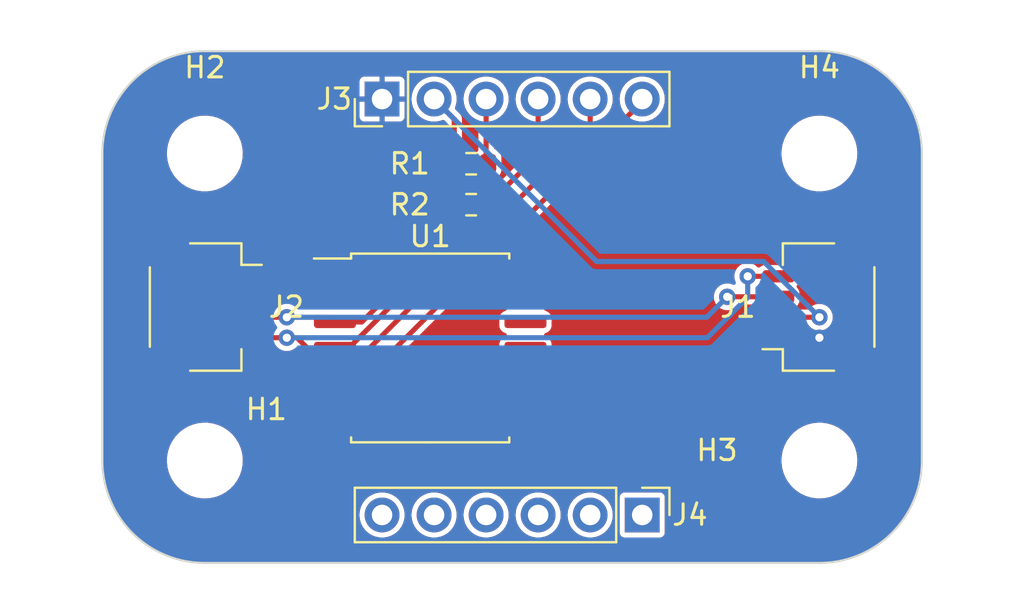
<source format=kicad_pcb>
(kicad_pcb (version 20221018) (generator pcbnew)
  (layers (0 "F.Cu" signal) (31 "B.Cu" signal) (34 "B.Paste" user) (35 "F.Paste" user) (36 "B.SilkS" user "B.Silkscreen") (37 "F.SilkS" user "F.Silkscreen") (38 "B.Mask" user) (39 "F.Mask" user) (44 "Edge.Cuts" user))
  (net 0 "")
  (net 1 "GND")
  (net 2 "+3V3")
  (net 3 "/sda_3v3")
  (net 4 "/scl_3v3")
  (net 5 "/cs")
  (net 6 "/address")
  (footprint "oomlout_oomp_part_footprints:mhm3_electronic_mounting_hole_m3" (layer "F.Cu") (at -15 -7.5)
    (fp_text reference "H2" (at 0 -4.2) (layer "F.SilkS"))
    (fp_text value "mhm3")
    (pad "" np_thru_hole circle (at 0 0) (size 3.2 3.2) (drill 3.2) (layers "*.Cu" "*.Mask"))
  )
  (footprint "oomlout_oomp_part_footprints:r6o472_electronic_resistor_0603_4700_ohm" (layer "F.Cu") (at -2 -7)
    (fp_text reference "R1" (at -3 0) (layer "F.SilkS"))
    (fp_text value "r6o472")
    (fp_line (start -0.237258 -0.5225) (end 0.237258 -0.5225) (stroke (width 0.12)) (layer "F.SilkS"))
    (fp_line (start -0.237258 0.5225) (end 0.237258 0.5225) (stroke (width 0.12)) (layer "F.SilkS"))
    (pad "1" smd roundrect (at -0.825 0) (size 0.8 0.95) (layers "F.Cu" "F.Paste" "F.Mask") (net 2 "+3V3"))
    (pad "2" smd roundrect (at 0.825 0) (size 0.8 0.95) (layers "F.Cu" "F.Paste" "F.Mask") (net 3 "/sda_3v3"))
  )
  (footprint "oomlout_oomp_part_footprints:r6o472_electronic_resistor_0603_4700_ohm" (layer "F.Cu") (at -2 -5)
    (fp_text reference "R2" (at -3 0) (layer "F.SilkS"))
    (fp_text value "r6o472")
    (fp_line (start -0.237258 -0.5225) (end 0.237258 -0.5225) (stroke (width 0.12)) (layer "F.SilkS"))
    (fp_line (start -0.237258 0.5225) (end 0.237258 0.5225) (stroke (width 0.12)) (layer "F.SilkS"))
    (pad "1" smd roundrect (at -0.825 0) (size 0.8 0.95) (layers "F.Cu" "F.Paste" "F.Mask") (net 2 "+3V3"))
    (pad "2" smd roundrect (at 0.825 0) (size 0.8 0.95) (layers "F.Cu" "F.Paste" "F.Mask") (net 4 "/scl_3v3"))
  )
  (footprint "oomlout_oomp_part_footprints:mhm3_electronic_mounting_hole_m3" (layer "F.Cu") (at 15 -7.5)
    (fp_text reference "H4" (at 0 -4.2) (layer "F.SilkS"))
    (fp_text value "mhm3")
    (pad "" np_thru_hole circle (at 0 0) (size 3.2 3.2) (drill 3.2) (layers "*.Cu" "*.Mask"))
  )
  (footprint "oomlout_oomp_part_footprints:hi16p_electronic_header_2d54_mm_6_pin" (layer "F.Cu") (at -6.35 -10.16 90)
    (fp_text reference "J3" (at 0 -2.33) (layer "F.SilkS"))
    (fp_text value "hi16p")
    (fp_line (start -1.33 -1.33) (end 0 -1.33) (stroke (width 0.12)) (layer "F.SilkS"))
    (fp_line (start -1.33 0) (end -1.33 -1.33) (stroke (width 0.12)) (layer "F.SilkS"))
    (fp_line (start -1.33 1.27) (end -1.33 14.03) (stroke (width 0.12)) (layer "F.SilkS"))
    (fp_line (start -1.33 1.27) (end 1.33 1.27) (stroke (width 0.12)) (layer "F.SilkS"))
    (fp_line (start -1.33 14.03) (end 1.33 14.03) (stroke (width 0.12)) (layer "F.SilkS"))
    (fp_line (start 1.33 1.27) (end 1.33 14.03) (stroke (width 0.12)) (layer "F.SilkS"))
    (pad "1" thru_hole rect (at 0 0 90) (size 1.7 1.7) (drill 1) (layers "*.Cu" "*.Mask") (net 1 "GND"))
    (pad "2" thru_hole oval (at 0 2.54 90) (size 1.7 1.7) (drill 1) (layers "*.Cu" "*.Mask") (net 2 "+3V3"))
    (pad "3" thru_hole oval (at 0 5.08 90) (size 1.7 1.7) (drill 1) (layers "*.Cu" "*.Mask") (net 3 "/sda_3v3"))
    (pad "4" thru_hole oval (at 0 7.62 90) (size 1.7 1.7) (drill 1) (layers "*.Cu" "*.Mask") (net 4 "/scl_3v3"))
    (pad "5" thru_hole oval (at 0 10.16 90) (size 1.7 1.7) (drill 1) (layers "*.Cu" "*.Mask") (net 5 "/cs"))
    (pad "6" thru_hole oval (at 0 12.7 90) (size 1.7 1.7) (drill 1) (layers "*.Cu" "*.Mask") (net 6 "/address"))
  )
  (footprint "oomlout_oomp_part_footprints:h4psmra_electronic_header_1_mm_jst_sh_4_pin_surface_mount_right_angle" (layer "F.Cu") (at -15 0 -90)
    (fp_text reference "J2" (at 0 -3.98) (layer "F.SilkS"))
    (fp_text value "h4psmra")
    (fp_line (start -3.11 -1.785) (end -2.06 -1.785) (stroke (width 0.12)) (layer "F.SilkS"))
    (fp_line (start -3.11 0.715) (end -3.11 -1.785) (stroke (width 0.12)) (layer "F.SilkS"))
    (fp_line (start -2.06 -1.785) (end -2.06 -2.775) (stroke (width 0.12)) (layer "F.SilkS"))
    (fp_line (start -1.94 2.685) (end 1.94 2.685) (stroke (width 0.12)) (layer "F.SilkS"))
    (fp_line (start 3.11 -1.785) (end 2.06 -1.785) (stroke (width 0.12)) (layer "F.SilkS"))
    (fp_line (start 3.11 0.715) (end 3.11 -1.785) (stroke (width 0.12)) (layer "F.SilkS"))
    (pad "1" smd roundrect (at -1.5 -2 270) (size 0.6 1.55) (layers "F.Cu" "F.Paste" "F.Mask") (net 1 "GND"))
    (pad "2" smd roundrect (at -0.5 -2 270) (size 0.6 1.55) (layers "F.Cu" "F.Paste" "F.Mask") (net 2 "+3V3"))
    (pad "3" smd roundrect (at 0.5 -2 270) (size 0.6 1.55) (layers "F.Cu" "F.Paste" "F.Mask") (net 3 "/sda_3v3"))
    (pad "4" smd roundrect (at 1.5 -2 270) (size 0.6 1.55) (layers "F.Cu" "F.Paste" "F.Mask") (net 4 "/scl_3v3"))
    (pad "MP" smd roundrect (at -2.8 1.875 270) (size 1.2 1.8) (layers "F.Cu" "F.Paste" "F.Mask") (roundrect_rratio 0.2083333333))
    (pad "MP" smd roundrect (at 2.8 1.875 270) (size 1.2 1.8) (layers "F.Cu" "F.Paste" "F.Mask") (roundrect_rratio 0.2083333333))
  )
  (footprint "oomlout_oomp_part_footprints:hi16p_electronic_header_2d54_mm_6_pin" (layer "F.Cu") (at 6.35 10.16 -90)
    (fp_text reference "J4" (at 0 -2.33) (layer "F.SilkS"))
    (fp_text value "hi16p")
    (fp_line (start -1.33 -1.33) (end 0 -1.33) (stroke (width 0.12)) (layer "F.SilkS"))
    (fp_line (start -1.33 0) (end -1.33 -1.33) (stroke (width 0.12)) (layer "F.SilkS"))
    (fp_line (start -1.33 1.27) (end -1.33 14.03) (stroke (width 0.12)) (layer "F.SilkS"))
    (fp_line (start -1.33 1.27) (end 1.33 1.27) (stroke (width 0.12)) (layer "F.SilkS"))
    (fp_line (start -1.33 14.03) (end 1.33 14.03) (stroke (width 0.12)) (layer "F.SilkS"))
    (fp_line (start 1.33 1.27) (end 1.33 14.03) (stroke (width 0.12)) (layer "F.SilkS"))
    (pad "1" thru_hole rect (at 0 0 270) (size 1.7 1.7) (drill 1) (layers "*.Cu" "*.Mask"))
    (pad "2" thru_hole oval (at 0 2.54 270) (size 1.7 1.7) (drill 1) (layers "*.Cu" "*.Mask"))
    (pad "3" thru_hole oval (at 0 5.08 270) (size 1.7 1.7) (drill 1) (layers "*.Cu" "*.Mask"))
    (pad "4" thru_hole oval (at 0 7.62 270) (size 1.7 1.7) (drill 1) (layers "*.Cu" "*.Mask"))
    (pad "5" thru_hole oval (at 0 10.16 270) (size 1.7 1.7) (drill 1) (layers "*.Cu" "*.Mask"))
    (pad "6" thru_hole oval (at 0 12.7 270) (size 1.7 1.7) (drill 1) (layers "*.Cu" "*.Mask"))
  )
  (footprint "oomlout_oomp_part_footprints:h4psmra_electronic_header_1_mm_jst_sh_4_pin_surface_mount_right_angle" (layer "F.Cu") (at 15 0 90)
    (fp_text reference "J1" (at 0 -3.98) (layer "F.SilkS"))
    (fp_text value "h4psmra")
    (fp_line (start -3.11 -1.785) (end -2.06 -1.785) (stroke (width 0.12)) (layer "F.SilkS"))
    (fp_line (start -3.11 0.715) (end -3.11 -1.785) (stroke (width 0.12)) (layer "F.SilkS"))
    (fp_line (start -2.06 -1.785) (end -2.06 -2.775) (stroke (width 0.12)) (layer "F.SilkS"))
    (fp_line (start -1.94 2.685) (end 1.94 2.685) (stroke (width 0.12)) (layer "F.SilkS"))
    (fp_line (start 3.11 -1.785) (end 2.06 -1.785) (stroke (width 0.12)) (layer "F.SilkS"))
    (fp_line (start 3.11 0.715) (end 3.11 -1.785) (stroke (width 0.12)) (layer "F.SilkS"))
    (pad "1" smd roundrect (at -1.5 -2 90) (size 0.6 1.55) (layers "F.Cu" "F.Paste" "F.Mask") (net 1 "GND"))
    (pad "2" smd roundrect (at -0.5 -2 90) (size 0.6 1.55) (layers "F.Cu" "F.Paste" "F.Mask") (net 2 "+3V3"))
    (pad "3" smd roundrect (at 0.5 -2 90) (size 0.6 1.55) (layers "F.Cu" "F.Paste" "F.Mask") (net 3 "/sda_3v3"))
    (pad "4" smd roundrect (at 1.5 -2 90) (size 0.6 1.55) (layers "F.Cu" "F.Paste" "F.Mask") (net 4 "/scl_3v3"))
    (pad "MP" smd roundrect (at -2.8 1.875 90) (size 1.2 1.8) (layers "F.Cu" "F.Paste" "F.Mask") (roundrect_rratio 0.2083333333))
    (pad "MP" smd roundrect (at 2.8 1.875 90) (size 1.2 1.8) (layers "F.Cu" "F.Paste" "F.Mask") (roundrect_rratio 0.2083333333))
  )
  (footprint "oomlout_oomp_part_footprints:mhm3_electronic_mounting_hole_m3" (layer "F.Cu") (at 15 7.5)
    (fp_text reference "H3" (at -5 -0.5) (layer "F.SilkS"))
    (fp_text value "mhm3")
    (pad "" np_thru_hole circle (at 0 0) (size 3.2 3.2) (drill 3.2) (layers "*.Cu" "*.Mask"))
  )
  (footprint "oomlout_oomp_part_footprints:mhm3_electronic_mounting_hole_m3" (layer "F.Cu") (at -15 7.5)
    (fp_text reference "H1" (at 3 -2.5) (layer "F.SilkS"))
    (fp_text value "mhm3")
    (pad "" np_thru_hole circle (at 0 0) (size 3.2 3.2) (drill 3.2) (layers "*.Cu" "*.Mask"))
  )
  (footprint "oomlout_oomp_part_footprints:insoic14wi2cland_electronic_interposer_soic_14_wide_i2c_landing" (layer "F.Cu") (at -4 2)
    (fp_text reference "U1" (at 0 -5.45) (layer "F.SilkS"))
    (fp_text value "insoic14wi2cland")
    (fp_line (start -3.86 -4.61) (end -3.86 -4.37) (stroke (width 0.12)) (layer "F.SilkS"))
    (fp_line (start -3.86 -4.37) (end -5.675 -4.37) (stroke (width 0.12)) (layer "F.SilkS"))
    (fp_line (start -3.86 4.61) (end -3.86 4.37) (stroke (width 0.12)) (layer "F.SilkS"))
    (fp_line (start 0 -4.61) (end -3.86 -4.61) (stroke (width 0.12)) (layer "F.SilkS"))
    (fp_line (start 0 -4.61) (end 3.86 -4.61) (stroke (width 0.12)) (layer "F.SilkS"))
    (fp_line (start 0 4.61) (end -3.86 4.61) (stroke (width 0.12)) (layer "F.SilkS"))
    (fp_line (start 0 4.61) (end 3.86 4.61) (stroke (width 0.12)) (layer "F.SilkS"))
    (fp_line (start 3.86 -4.61) (end 3.86 -4.37) (stroke (width 0.12)) (layer "F.SilkS"))
    (fp_line (start 3.86 4.61) (end 3.86 4.37) (stroke (width 0.12)) (layer "F.SilkS"))
    (pad "1" smd roundrect (at -4.65 -3.81) (size 2.05 0.6) (layers "F.Cu" "F.Paste" "F.Mask") (net 1 "GND"))
    (pad "2" smd roundrect (at -4.65 -2.54) (size 2.05 0.6) (layers "F.Cu" "F.Paste" "F.Mask") (net 2 "+3V3"))
    (pad "3" smd roundrect (at -4.65 -1.27) (size 2.05 0.6) (layers "F.Cu" "F.Paste" "F.Mask") (net 3 "/sda_3v3"))
    (pad "4" smd roundrect (at -4.65 0) (size 2.05 0.6) (layers "F.Cu" "F.Paste" "F.Mask") (net 4 "/scl_3v3"))
    (pad "5" smd roundrect (at -4.65 1.27) (size 2.05 0.6) (layers "F.Cu" "F.Paste" "F.Mask") (net 5 "/cs"))
    (pad "6" smd roundrect (at -4.65 2.54) (size 2.05 0.6) (layers "F.Cu" "F.Paste" "F.Mask") (net 6 "/address"))
    (pad "7" smd roundrect (at -4.65 3.81) (size 2.05 0.6) (layers "F.Cu" "F.Paste" "F.Mask"))
    (pad "8" smd roundrect (at 4.65 3.81) (size 2.05 0.6) (layers "F.Cu" "F.Paste" "F.Mask"))
    (pad "9" smd roundrect (at 4.65 2.54) (size 2.05 0.6) (layers "F.Cu" "F.Paste" "F.Mask"))
    (pad "10" smd roundrect (at 4.65 1.27) (size 2.05 0.6) (layers "F.Cu" "F.Paste" "F.Mask"))
    (pad "11" smd roundrect (at 4.65 0) (size 2.05 0.6) (layers "F.Cu" "F.Paste" "F.Mask"))
    (pad "12" smd roundrect (at 4.65 -1.27) (size 2.05 0.6) (layers "F.Cu" "F.Paste" "F.Mask"))
    (pad "13" smd roundrect (at 4.65 -2.54) (size 2.05 0.6) (layers "F.Cu" "F.Paste" "F.Mask"))
    (pad "14" smd roundrect (at 4.65 -3.81) (size 2.05 0.6) (layers "F.Cu" "F.Paste" "F.Mask"))
  )
  (gr_line (start -15 -12.5) (end 15 -12.5) (stroke (width 0.1)) (layer "Edge.Cuts"))
  (gr_arc (start 15 -12.5) (mid 18.535534 -11.035534) (end 20 -7.5) (stroke (width 0.1)) (layer "Edge.Cuts"))
  (gr_arc (start 20 7.5) (mid 18.535534 11.035534) (end 15 12.5) (stroke (width 0.1)) (layer "Edge.Cuts"))
  (gr_line (start 15 12.5) (end -15 12.5) (stroke (width 0.1)) (layer "Edge.Cuts"))
  (gr_arc (start -20 -7.5) (mid -18.535534 -11.035534) (end -15 -12.5) (stroke (width 0.1)) (layer "Edge.Cuts"))
  (gr_line (start 20 -7.5) (end 20 7.5) (stroke (width 0.1)) (layer "Edge.Cuts"))
  (gr_arc (start -15 12.5) (mid -18.535534 11.035534) (end -20 7.5) (stroke (width 0.1)) (layer "Edge.Cuts"))
  (gr_line (start -20 7.5) (end -20 -7.5) (stroke (width 0.1)) (layer "Edge.Cuts"))
  (segment (start 13 1.5) (end 15 1.5) (width 0.25) (layer "F.Cu") (net 1))
  (segment (start -13 -1.5) (end -8.96 -1.5) (width 0.25) (layer "F.Cu") (net 1))
  (segment (start -8.96 -1.5) (end -8.65 -1.81) (width 0.25) (layer "F.Cu") (net 1))
  (via (at 15 1.5) (size 0.8) (drill 0.4) (layers "F.Cu" "B.Cu") (net 1))
  (segment (start -3.81 -10.16) (end -2.825 -9.175) (width 0.25) (layer "F.Cu") (net 2))
  (segment (start -3.763249 -5) (end -2.825 -5) (width 0.25) (layer "F.Cu") (net 2))
  (segment (start -13 -0.5) (end -8.69 -0.5) (width 0.25) (layer "F.Cu") (net 2))
  (segment (start -8.223249 -0.54) (end -3.763249 -5) (width 0.25) (layer "F.Cu") (net 2))
  (segment (start -2.825 -9.175) (end -2.825 -7) (width 0.25) (layer "F.Cu") (net 2))
  (segment (start -8.69 -0.5) (end -8.65 -0.54) (width 0.25) (layer "F.Cu") (net 2))
  (segment (start -8.65 -0.54) (end -8.223249 -0.54) (width 0.25) (layer "F.Cu") (net 2))
  (segment (start -2.825 -7) (end -2.825 -5) (width 0.25) (layer "F.Cu") (net 2))
  (segment (start 13 0.5) (end 15 0.5) (width 0.25) (layer "F.Cu") (net 2))
  (via (at 15 0.5) (size 0.8) (drill 0.4) (layers "F.Cu" "B.Cu") (net 2))
  (segment (start 15 0.5) (end 12.275 -2.225) (width 0.25) (layer "B.Cu") (net 2))
  (segment (start 4.125 -2.225) (end -3.81 -10.16) (width 0.25) (layer "B.Cu") (net 2))
  (segment (start 12.275 -2.225) (end 4.125 -2.225) (width 0.25) (layer "B.Cu") (net 2))
  (segment (start -13 0.5) (end -8.88 0.5) (width 0.25) (layer "F.Cu") (net 3))
  (segment (start -2 -6.175) (end -1.175 -7) (width 0.25) (layer "F.Cu") (net 3))
  (segment (start -8.88 0.5) (end -8.65 0.73) (width 0.25) (layer "F.Cu") (net 3))
  (segment (start -8.65 0.73) (end -7.337538 0.73) (width 0.25) (layer "F.Cu") (net 3))
  (segment (start -1.27 -7.095) (end -1.27 -10.16) (width 0.25) (layer "F.Cu") (net 3))
  (segment (start -2 -4.607538) (end -2 -6.175) (width 0.25) (layer "F.Cu") (net 3))
  (segment (start -1.175 -7) (end -1.27 -7.095) (width 0.25) (layer "F.Cu") (net 3))
  (segment (start -7.337538 0.73) (end -2 -4.607538) (width 0.25) (layer "F.Cu") (net 3))
  (segment (start 10.5 -0.5) (end 13 -0.5) (width 0.25) (layer "F.Cu") (net 3))
  (via (at -11 0.5) (size 0.8) (drill 0.4) (layers "F.Cu" "B.Cu") (net 3))
  (via (at 10.5 -0.5) (size 0.8) (drill 0.4) (layers "F.Cu" "B.Cu") (net 3))
  (segment (start -11 0.5) (end 9.5 0.5) (width 0.25) (layer "B.Cu") (net 3))
  (segment (start 9.5 0.5) (end 10.5 -0.5) (width 0.25) (layer "B.Cu") (net 3))
  (segment (start -8.65 2) (end -7.971142 2) (width 0.25) (layer "F.Cu") (net 4))
  (segment (start -10 2) (end -8.65 2) (width 0.25) (layer "F.Cu") (net 4))
  (segment (start -1.175 -5) (end 1.27 -7.445) (width 0.25) (layer "F.Cu") (net 4))
  (segment (start 1.27 -7.445) (end 1.27 -10.16) (width 0.25) (layer "F.Cu") (net 4))
  (segment (start -7.971142 2) (end -1.175 -4.796142) (width 0.25) (layer "F.Cu") (net 4))
  (segment (start -1.175 -4.796142) (end -1.175 -5) (width 0.25) (layer "F.Cu") (net 4))
  (segment (start -13 1.5) (end -10.5 1.5) (width 0.25) (layer "F.Cu") (net 4))
  (segment (start -10.5 1.5) (end -10 2) (width 0.25) (layer "F.Cu") (net 4))
  (segment (start 13 -1.5) (end 11.5 -1.5) (width 0.25) (layer "F.Cu") (net 4))
  (via (at 11.5 -1.5) (size 0.8) (drill 0.4) (layers "F.Cu" "B.Cu") (net 4))
  (via (at -11 1.5) (size 0.8) (drill 0.4) (layers "F.Cu" "B.Cu") (net 4))
  (segment (start 11.5 -1.5) (end 11.5 -0.474695) (width 0.25) (layer "B.Cu") (net 4))
  (segment (start 11.5 -0.474695) (end 9.525305 1.5) (width 0.25) (layer "B.Cu") (net 4))
  (segment (start 9.525305 1.5) (end -11 1.5) (width 0.25) (layer "B.Cu") (net 4))
  (segment (start 3.81 -8.763249) (end 3.81 -10.16) (width 0.25) (layer "F.Cu") (net 5))
  (segment (start -8.65 3.27) (end -8.223249 3.27) (width 0.25) (layer "F.Cu") (net 5))
  (segment (start -8.223249 3.27) (end 3.81 -8.763249) (width 0.25) (layer "F.Cu") (net 5))
  (segment (start -8.65 4.54) (end -8.223249 4.54) (width 0.25) (layer "F.Cu") (net 6))
  (segment (start 6.35 -10.033249) (end 6.35 -10.16) (width 0.25) (layer "F.Cu") (net 6))
  (segment (start -8.223249 4.54) (end 6.35 -10.033249) (width 0.25) (layer "F.Cu") (net 6))
  (zone (net 1) (net_name "GND") (layers "F&B.Cu") (connect_pads (clearance 0.25)) (min_thickness 0.2) (fill yes (thermal_gap 0.25) (thermal_bridge_width 0.25))
    (polygon (pts (xy -25 -15) (xy 25 -15) (xy 25 15) (xy -25 15)))
  )
)
</source>
